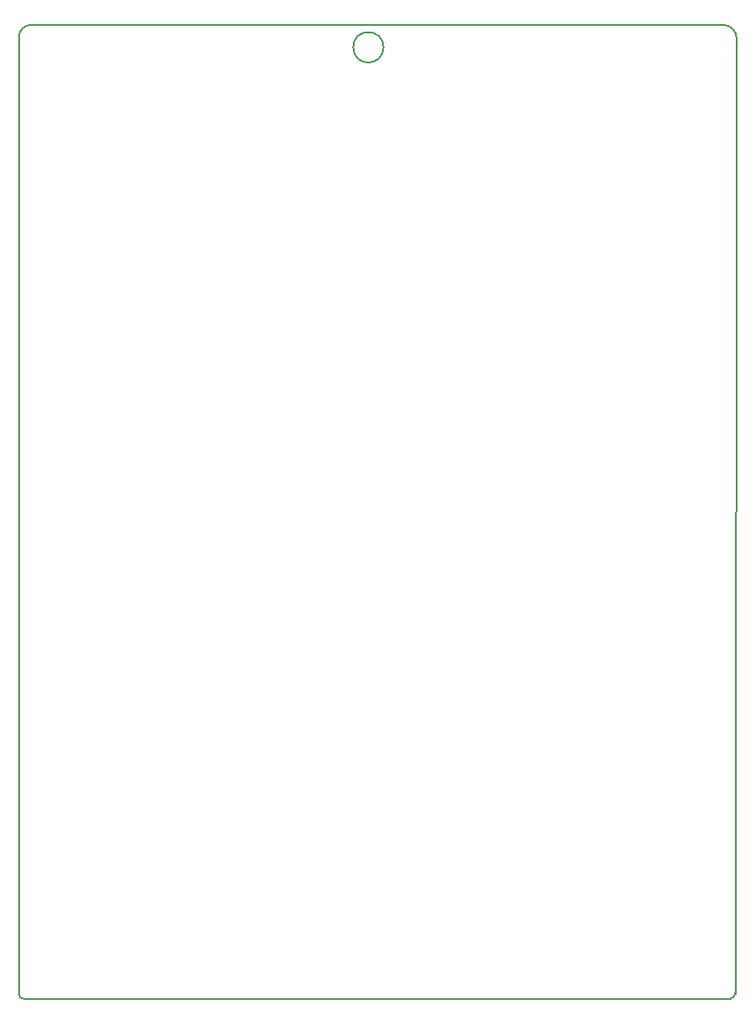
<source format=gbr>
G04 #@! TF.GenerationSoftware,KiCad,Pcbnew,5.0.2-bee76a0~70~ubuntu18.04.1*
G04 #@! TF.CreationDate,2019-01-18T14:13:04+00:00*
G04 #@! TF.ProjectId,badge,62616467-652e-46b6-9963-61645f706362,rev?*
G04 #@! TF.SameCoordinates,Original*
G04 #@! TF.FileFunction,Profile,NP*
%FSLAX46Y46*%
G04 Gerber Fmt 4.6, Leading zero omitted, Abs format (unit mm)*
G04 Created by KiCad (PCBNEW 5.0.2-bee76a0~70~ubuntu18.04.1) date Fri 18 Jan 2019 14:13:04 GMT*
%MOMM*%
%LPD*%
G01*
G04 APERTURE LIST*
%ADD10C,0.200000*%
%ADD11C,0.150000*%
G04 APERTURE END LIST*
D10*
X62505022Y-21336000D02*
G75*
G03X62505022Y-21336000I-1545022J0D01*
G01*
D11*
X98298000Y-117475000D02*
G75*
G02X97663000Y-118110000I-635000J0D01*
G01*
X25908000Y-118110000D02*
G75*
G02X25400000Y-117602000I0J508000D01*
G01*
X97028000Y-19050000D02*
G75*
G02X98425000Y-20447000I0J-1397000D01*
G01*
X25400000Y-20320000D02*
G75*
G02X26670000Y-19050000I1270000J0D01*
G01*
X25400000Y-117602000D02*
X25400000Y-20320000D01*
X97790000Y-118110000D02*
X25908000Y-118110000D01*
X98425000Y-20320000D02*
X98298000Y-117602000D01*
X26670000Y-19050000D02*
X97155000Y-19050000D01*
M02*

</source>
